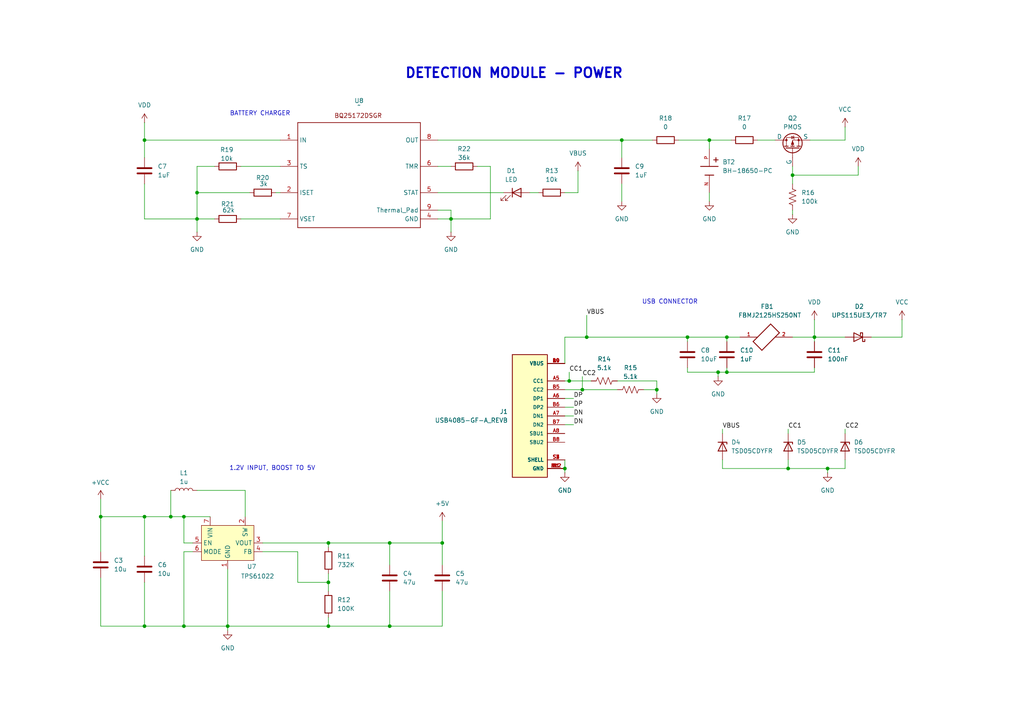
<source format=kicad_sch>
(kicad_sch (version 20231120) (generator "eeschema") (generator_version "8.0")
  (paper "A4")
  (lib_symbols
    (symbol "BH-18650-PC:BH-18650-PC" (pin_names (offset 1.016))
      (property "Reference" "BT" (at -3.81 3.81 0))
      (property "Value" "BH-18650-PC" (at -3.81 -5.08 0))
      (symbol "BH-18650-PC_0_0"
        (polyline (pts (xy -5.08 1.905) (xy -3.81 1.905)) (stroke (width 0.254)))
        (polyline (pts (xy -4.445 2.54) (xy -4.445 1.27)) (stroke (width 0.254)))
        (polyline (pts (xy -2.54 2.54) (xy -2.54 -2.54)) (stroke (width 0.254)))
        (polyline (pts (xy 0 1.27) (xy 0 -1.27)) (stroke (width 0.254)))
        (pin passive line (at 5.08 0 180) (length 5.08) (name "~") (number "N"))
        (pin passive line (at -7.62 0 0) (length 5.08) (name "~") (number "P"))
      )
    )
    (symbol "Converter_DCDC:TPS61022"
      (property "Reference" "U" (at 0 7.62 0))
      (property "Value" "TPS61022" (at 7.62 -7.62 0))
      (symbol "TPS61022_1_1"
        (rectangle (start -7.62 5.08) (end 7.62 -5.08) (fill (type background)))
        (pin power_in line (at 0 -7.62 90) (length 2.54) (name "GND") (number "1"))
        (pin input line (at 5.08 7.62 270) (length 2.54) (name "SW") (number "2"))
        (pin power_out line (at 10.16 0 180) (length 2.54) (name "VOUT") (number "3"))
        (pin input line (at 10.16 -2.54 180) (length 2.54) (name "FB") (number "4"))
        (pin input line (at -10.16 0 0) (length 2.54) (name "EN") (number "5"))
        (pin input line (at -10.16 -2.54 0) (length 2.54) (name "MODE") (number "6"))
        (pin power_in line (at -5.08 7.62 270) (length 2.54) (name "VIN") (number "7"))
      )
    )
    (symbol "Detection_Eval_lib:BQ25172DSGR"
      (property "Reference" "U" (at 0 0 0))
      (symbol "BQ25172DSGR_0_1"
        (polyline (pts (xy 6.35 2.54) (xy 41.91 2.54)) (stroke (width 0.2032)))
        (polyline (pts (xy 6.35 33.02) (xy 6.35 2.54)) (stroke (width 0.2032)))
        (polyline (pts (xy 41.91 2.54) (xy 41.91 33.02)) (stroke (width 0.2032)))
        (polyline (pts (xy 41.91 33.02) (xy 6.35 33.02)) (stroke (width 0.2032)))
        (pin power_in line (at 1.27 27.94 0) (length 5.08) (name "IN") (number "1"))
        (pin unspecified line (at 1.27 12.7 0) (length 5.08) (name "ISET") (number "2"))
        (pin unspecified line (at 1.27 20.32 0) (length 5.08) (name "TS") (number "3"))
        (pin power_in line (at 46.99 5.08 180) (length 5.08) (name "GND") (number "4"))
        (pin unspecified line (at 46.99 12.7 180) (length 5.08) (name "STAT") (number "5"))
        (pin input line (at 46.99 20.32 180) (length 5.08) (name "TMR") (number "6"))
        (pin unspecified line (at 1.27 5.08 0) (length 5.08) (name "VSET") (number "7"))
        (pin unspecified line (at 46.99 27.94 180) (length 5.08) (name "OUT") (number "8"))
        (pin unspecified line (at 46.99 7.62 180) (length 5.08) (name "Thermal_Pad") (number "9"))
      )
      (symbol "BQ25172DSGR_1_1"
        (text "BQ25172DSGR" (at 23.876 35.052 0) (effects (font (size 1.27 1.27))))
      )
    )
    (symbol "Device:C" (pin_numbers hide) (pin_names (offset 0.254))
      (property "Reference" "C" (at 0.635 2.54 0))
      (property "Value" "C" (at 0.635 -2.54 0))
      (symbol "C_0_1"
        (polyline (pts (xy -2.032 -0.762) (xy 2.032 -0.762)) (stroke (width 0.508)))
        (polyline (pts (xy -2.032 0.762) (xy 2.032 0.762)) (stroke (width 0.508)))
      )
      (symbol "C_1_1"
        (pin passive line (at 0 3.81 270) (length 2.794) (name "~") (number "1"))
        (pin passive line (at 0 -3.81 90) (length 2.794) (name "~") (number "2"))
      )
    )
    (symbol "Device:D_Schottky" (pin_numbers hide) (pin_names (offset 1.016) hide)
      (property "Reference" "D" (at 0 2.54 0))
      (property "Value" "D_Schottky" (at 0 -2.54 0))
      (symbol "D_Schottky_0_1"
        (polyline (pts (xy 1.27 0) (xy -1.27 0)))
        (polyline (pts (xy 1.27 1.27) (xy 1.27 -1.27) (xy -1.27 0) (xy 1.27 1.27)) (stroke (width 0.254)))
        (polyline (pts (xy -1.905 0.635) (xy -1.905 1.27) (xy -1.27 1.27) (xy -1.27 -1.27) (xy -0.635 -1.27) (xy -0.635 -0.635)) (stroke (width 0.254)))
      )
      (symbol "D_Schottky_1_1"
        (pin passive line (at -3.81 0 0) (length 2.54) (name "K") (number "1"))
        (pin passive line (at 3.81 0 180) (length 2.54) (name "A") (number "2"))
      )
    )
    (symbol "Device:L" (pin_numbers hide) (pin_names (offset 1.016) hide)
      (property "Reference" "L" (at -1.27 0 90))
      (property "Value" "L" (at 1.905 0 90))
      (symbol "L_0_1"
        (arc (start 0 -2.54) (mid 0.6323 -1.905) (end 0 -1.27))
        (arc (start 0 -1.27) (mid 0.6323 -0.635) (end 0 0))
        (arc (start 0 0) (mid 0.6323 0.635) (end 0 1.27))
        (arc (start 0 1.27) (mid 0.6323 1.905) (end 0 2.54))
      )
      (symbol "L_1_1"
        (pin passive line (at 0 3.81 270) (length 1.27) (name "1") (number "1"))
        (pin passive line (at 0 -3.81 90) (length 1.27) (name "2") (number "2"))
      )
    )
    (symbol "Device:LED" (pin_numbers hide) (pin_names (offset 1.016) hide)
      (property "Reference" "D" (at 0 2.54 0))
      (property "Value" "LED" (at 0 -2.54 0))
      (symbol "LED_0_1"
        (polyline (pts (xy -1.27 -1.27) (xy -1.27 1.27)) (stroke (width 0.254)))
        (polyline (pts (xy -1.27 0) (xy 1.27 0)))
        (polyline (pts (xy 1.27 -1.27) (xy 1.27 1.27) (xy -1.27 0) (xy 1.27 -1.27)) (stroke (width 0.254)))
        (polyline (pts (xy -3.048 -0.762) (xy -4.572 -2.286) (xy -3.81 -2.286) (xy -4.572 -2.286) (xy -4.572 -1.524)))
        (polyline (pts (xy -1.778 -0.762) (xy -3.302 -2.286) (xy -2.54 -2.286) (xy -3.302 -2.286) (xy -3.302 -1.524)))
      )
      (symbol "LED_1_1"
        (pin passive line (at -3.81 0 0) (length 2.54) (name "K") (number "1"))
        (pin passive line (at 3.81 0 180) (length 2.54) (name "A") (number "2"))
      )
    )
    (symbol "Device:R" (pin_numbers hide) (pin_names (offset 0))
      (property "Reference" "R" (at 2.032 0 90))
      (property "Value" "R" (at 0 0 90))
      (symbol "R_0_1"
        (rectangle (start -1.016 -2.54) (end 1.016 2.54) (stroke (width 0.254)))
      )
      (symbol "R_1_1"
        (pin passive line (at 0 3.81 270) (length 1.27) (name "~") (number "1"))
        (pin passive line (at 0 -3.81 90) (length 1.27) (name "~") (number "2"))
      )
    )
    (symbol "Device:R_US" (pin_numbers hide) (pin_names (offset 0))
      (property "Reference" "R" (at 2.54 0 90))
      (property "Value" "R_US" (at -2.54 0 90))
      (symbol "R_US_0_1"
        (polyline (pts (xy 0 -2.286) (xy 0 -2.54)))
        (polyline (pts (xy 0 2.286) (xy 0 2.54)))
        (polyline (pts (xy 0 -0.762) (xy 1.016 -1.143) (xy 0 -1.524) (xy -1.016 -1.905) (xy 0 -2.286)))
        (polyline (pts (xy 0 0.762) (xy 1.016 0.381) (xy 0 0) (xy -1.016 -0.381) (xy 0 -0.762)))
        (polyline (pts (xy 0 2.286) (xy 1.016 1.905) (xy 0 1.524) (xy -1.016 1.143) (xy 0 0.762)))
      )
      (symbol "R_US_1_1"
        (pin passive line (at 0 3.81 270) (length 1.27) (name "~") (number "1"))
        (pin passive line (at 0 -3.81 90) (length 1.27) (name "~") (number "2"))
      )
    )
    (symbol "Diode:PTVS5V0Z1USK" (pin_numbers hide) (pin_names hide)
      (property "Reference" "D" (at 0 2.54 0))
      (property "Value" "PTVS5V0Z1USK" (at 0 -2.54 0))
      (symbol "PTVS5V0Z1USK_0_1"
        (polyline (pts (xy 1.27 0) (xy -1.27 0)))
        (polyline (pts (xy -1.27 -1.27) (xy -1.27 1.27) (xy -0.762 1.27)) (stroke (width 0.254)))
        (polyline (pts (xy 1.27 -1.27) (xy 1.27 1.27) (xy -1.27 0) (xy 1.27 -1.27)) (stroke (width 0.254)))
      )
      (symbol "PTVS5V0Z1USK_1_1"
        (pin passive line (at -3.81 0 0) (length 2.54) (name "K") (number "1"))
        (pin passive line (at 3.81 0 180) (length 2.54) (name "A") (number "2"))
      )
    )
    (symbol "FBMJ2125HS250NT:FBMJ2125HS250NT" (pin_names (offset 1.016))
      (property "Reference" "FB" (at -7.6244 5.0815 0))
      (property "Value" "FBMJ2125HS250NT" (at -7.63 -7.6266 0))
      (symbol "FBMJ2125HS250NT_0_0"
        (polyline (pts (xy -3.81 -1.27) (xy -1.27 -3.81)) (stroke (width 0.254)))
        (polyline (pts (xy -1.27 -3.81) (xy 3.81 1.27)) (stroke (width 0.254)))
        (polyline (pts (xy 1.27 3.81) (xy -3.81 -1.27)) (stroke (width 0.254)))
        (polyline (pts (xy 3.81 1.27) (xy 1.27 3.81)) (stroke (width 0.254)))
        (pin passive line (at -7.62 0 0) (length 5.08) (name "~") (number "1"))
        (pin passive line (at 7.62 0 180) (length 5.08) (name "~") (number "2"))
      )
    )
    (symbol "Simulation_SPICE:PMOS" (pin_numbers hide) (pin_names (offset 0))
      (property "Reference" "Q" (at 5.08 1.27 0))
      (property "Value" "PMOS" (at 5.08 -1.27 0))
      (symbol "PMOS_0_1"
        (polyline (pts (xy 0.254 0) (xy -2.54 0)))
        (polyline (pts (xy 0.254 1.905) (xy 0.254 -1.905)) (stroke (width 0.254)))
        (polyline (pts (xy 0.762 -1.27) (xy 0.762 -2.286)) (stroke (width 0.254)))
        (polyline (pts (xy 0.762 0.508) (xy 0.762 -0.508)) (stroke (width 0.254)))
        (polyline (pts (xy 0.762 2.286) (xy 0.762 1.27)) (stroke (width 0.254)))
        (polyline (pts (xy 2.54 2.54) (xy 2.54 1.778)))
        (polyline (pts (xy 2.54 -2.54) (xy 2.54 0) (xy 0.762 0)))
        (polyline (pts (xy 0.762 1.778) (xy 3.302 1.778) (xy 3.302 -1.778) (xy 0.762 -1.778)))
        (polyline (pts (xy 2.286 0) (xy 1.27 0.381) (xy 1.27 -0.381) (xy 2.286 0)) (fill (type outline)))
        (polyline (pts (xy 2.794 -0.508) (xy 2.921 -0.381) (xy 3.683 -0.381) (xy 3.81 -0.254)))
        (polyline (pts (xy 3.302 -0.381) (xy 2.921 0.254) (xy 3.683 0.254) (xy 3.302 -0.381)))
        (circle (center 1.651 0) (radius 2.794) (stroke (width 0.254)))
        (circle (center 2.54 -1.778) (radius 0.254) (fill (type outline)))
        (circle (center 2.54 1.778) (radius 0.254) (fill (type outline)))
      )
      (symbol "PMOS_1_1"
        (pin passive line (at 2.54 5.08 270) (length 2.54) (name "D") (number "1"))
        (pin input line (at -5.08 0 0) (length 2.54) (name "G") (number "2"))
        (pin passive line (at 2.54 -5.08 90) (length 2.54) (name "S") (number "3"))
      )
    )
    (symbol "USB4085-GF-A_REVB:USB4085-GF-A_REVB" (pin_names (offset 1.016))
      (property "Reference" "J" (at -5.08 18.288 0))
      (property "Value" "USB4085-GF-A_REVB" (at -5.08 -20.32 0))
      (symbol "USB4085-GF-A_REVB_0_0"
        (rectangle (start -5.08 -17.78) (end 5.08 17.78) (stroke (width 0.254)) (fill (type background)))
        (pin power_in line (at -10.16 -15.24 0) (length 5.08) (name "GND") (number "A1"))
        (pin power_in line (at -10.16 -15.24 0) (length 5.08) (name "GND") (number "A12"))
        (pin power_in line (at -10.16 15.24 0) (length 5.08) (name "VBUS") (number "A4"))
        (pin bidirectional line (at -10.16 10.16 0) (length 5.08) (name "CC1") (number "A5"))
        (pin bidirectional line (at -10.16 5.08 0) (length 5.08) (name "DP1") (number "A6"))
        (pin bidirectional line (at -10.16 0 0) (length 5.08) (name "DN1") (number "A7"))
        (pin bidirectional line (at -10.16 -5.08 0) (length 5.08) (name "SBU1") (number "A8"))
        (pin power_in line (at -10.16 15.24 0) (length 5.08) (name "VBUS") (number "A9"))
        (pin power_in line (at -10.16 -15.24 0) (length 5.08) (name "GND") (number "B1"))
        (pin power_in line (at -10.16 -15.24 0) (length 5.08) (name "GND") (number "B12"))
        (pin power_in line (at -10.16 15.24 0) (length 5.08) (name "VBUS") (number "B4"))
        (pin bidirectional line (at -10.16 7.62 0) (length 5.08) (name "CC2") (number "B5"))
        (pin bidirectional line (at -10.16 2.54 0) (length 5.08) (name "DP2") (number "B6"))
        (pin bidirectional line (at -10.16 -2.54 0) (length 5.08) (name "DN2") (number "B7"))
        (pin bidirectional line (at -10.16 -7.62 0) (length 5.08) (name "SBU2") (number "B8"))
        (pin power_in line (at -10.16 15.24 0) (length 5.08) (name "VBUS") (number "B9"))
        (pin passive line (at -10.16 -12.7 0) (length 5.08) (name "SHELL") (number "S1"))
        (pin passive line (at -10.16 -12.7 0) (length 5.08) (name "SHELL") (number "S2"))
        (pin passive line (at -10.16 -12.7 0) (length 5.08) (name "SHELL") (number "S3"))
        (pin passive line (at -10.16 -12.7 0) (length 5.08) (name "SHELL") (number "S4"))
      )
    )
    (symbol "power:+5V" (power) (pin_numbers hide) (pin_names (offset 0) hide)
      (property "Value" "+5V" (at 0 3.556 0))
      (symbol "+5V_0_1"
        (polyline (pts (xy -0.762 1.27) (xy 0 2.54)))
        (polyline (pts (xy 0 0) (xy 0 2.54)))
        (polyline (pts (xy 0 2.54) (xy 0.762 1.27)))
      )
      (symbol "+5V_1_1"
        (pin power_in line (at 0 0 90) (length 0) (name "~") (number "1"))
      )
    )
    (symbol "power:+BATT" (power) (pin_numbers hide) (pin_names (offset 0) hide)
      (property "Value" "+BATT" (at 0 3.556 0))
      (symbol "+BATT_0_1"
        (polyline (pts (xy -0.762 1.27) (xy 0 2.54)))
        (polyline (pts (xy 0 0) (xy 0 2.54)))
        (polyline (pts (xy 0 2.54) (xy 0.762 1.27)))
      )
      (symbol "+BATT_1_1"
        (pin power_in line (at 0 0 90) (length 0) (name "~") (number "1"))
      )
    )
    (symbol "power:GND" (power) (pin_numbers hide) (pin_names (offset 0) hide)
      (property "Value" "GND" (at 0 -3.81 0))
      (symbol "GND_0_1"
        (polyline (pts (xy 0 0) (xy 0 -1.27) (xy 1.27 -1.27) (xy 0 -2.54) (xy -1.27 -1.27) (xy 0 -1.27)))
      )
      (symbol "GND_1_1"
        (pin power_in line (at 0 0 270) (length 0) (name "~") (number "1"))
      )
    )
    (symbol "power:VCC" (power) (pin_numbers hide) (pin_names (offset 0) hide)
      (property "Value" "VCC" (at 0 3.556 0))
      (symbol "VCC_0_1"
        (polyline (pts (xy -0.762 1.27) (xy 0 2.54)))
        (polyline (pts (xy 0 0) (xy 0 2.54)))
        (polyline (pts (xy 0 2.54) (xy 0.762 1.27)))
      )
      (symbol "VCC_1_1"
        (pin power_in line (at 0 0 90) (length 0) (name "~") (number "1"))
      )
    )
    (symbol "power:VDD" (power) (pin_numbers hide) (pin_names (offset 0) hide)
      (property "Value" "VDD" (at 0 3.556 0))
      (symbol "VDD_0_1"
        (polyline (pts (xy -0.762 1.27) (xy 0 2.54)))
        (polyline (pts (xy 0 0) (xy 0 2.54)))
        (polyline (pts (xy 0 2.54) (xy 0.762 1.27)))
      )
      (symbol "VDD_1_1"
        (pin power_in line (at 0 0 90) (length 0) (name "~") (number "1"))
      )
    )
  )
  (junction (at 57.15 55.88))
  (junction (at 95.25 181.61))
  (junction (at 95.25 168.91))
  (junction (at 236.22 97.79))
  (junction (at 128.27 157.48))
  (junction (at 190.5 113.03))
  (junction (at 95.25 157.48))
  (junction (at 29.21 149.86))
  (junction (at 229.87 50.8))
  (junction (at 210.82 107.95))
  (junction (at 53.34 149.86))
  (junction (at 113.03 181.61))
  (junction (at 41.91 149.86))
  (junction (at 49.53 149.86))
  (junction (at 130.81 63.5))
  (junction (at 66.04 181.61))
  (junction (at 57.15 63.5))
  (junction (at 113.03 157.48))
  (junction (at 210.82 97.79))
  (junction (at 41.91 181.61))
  (junction (at 53.34 181.61))
  (junction (at 180.34 40.64))
  (junction (at 163.83 135.89))
  (junction (at 205.74 40.64))
  (junction (at 170.18 97.79))
  (junction (at 208.28 107.95))
  (junction (at 228.6 135.89))
  (junction (at 199.39 97.79))
  (junction (at 41.91 40.64))
  (junction (at 165.1 110.49))
  (junction (at 168.91 113.03))
  (junction (at 240.03 135.89))
  (wire (pts (xy 236.22 92.71) (xy 236.22 97.79)))
  (wire (pts (xy 41.91 63.5) (xy 57.15 63.5)))
  (wire (pts (xy 245.11 133.35) (xy 245.11 135.89)))
  (wire (pts (xy 76.2 160.02) (xy 86.36 160.02)))
  (wire (pts (xy 240.03 135.89) (xy 240.03 137.16)))
  (wire (pts (xy 29.21 181.61) (xy 41.91 181.61)))
  (wire (pts (xy 248.92 48.26) (xy 248.92 50.8)))
  (wire (pts (xy 49.53 142.24) (xy 49.53 149.86)))
  (wire (pts (xy 113.03 157.48) (xy 95.25 157.48)))
  (wire (pts (xy 127 55.88) (xy 146.05 55.88)))
  (wire (pts (xy 95.25 181.61) (xy 95.25 179.07)))
  (wire (pts (xy 236.22 97.79) (xy 229.87 97.79)))
  (wire (pts (xy 245.11 124.46) (xy 245.11 125.73)))
  (wire (pts (xy 209.55 133.35) (xy 209.55 135.89)))
  (wire (pts (xy 55.88 160.02) (xy 53.34 160.02)))
  (wire (pts (xy 245.11 36.83) (xy 245.11 40.64)))
  (wire (pts (xy 261.62 92.71) (xy 261.62 97.79)))
  (wire (pts (xy 86.36 160.02) (xy 86.36 168.91)))
  (wire (pts (xy 57.15 63.5) (xy 62.23 63.5)))
  (wire (pts (xy 57.15 48.26) (xy 57.15 55.88)))
  (wire (pts (xy 209.55 124.46) (xy 209.55 125.73)))
  (wire (pts (xy 199.39 97.79) (xy 199.39 99.06)))
  (wire (pts (xy 142.24 48.26) (xy 142.24 63.5)))
  (wire (pts (xy 234.95 40.64) (xy 245.11 40.64)))
  (wire (pts (xy 261.62 97.79) (xy 252.73 97.79)))
  (wire (pts (xy 189.23 40.64) (xy 180.34 40.64)))
  (wire (pts (xy 53.34 181.61) (xy 66.04 181.61)))
  (wire (pts (xy 196.85 40.64) (xy 205.74 40.64)))
  (wire (pts (xy 210.82 97.79) (xy 210.82 99.06)))
  (wire (pts (xy 41.91 181.61) (xy 53.34 181.61)))
  (wire (pts (xy 76.2 157.48) (xy 95.25 157.48)))
  (wire (pts (xy 219.71 40.64) (xy 224.79 40.64)))
  (wire (pts (xy 248.92 50.8) (xy 229.87 50.8)))
  (wire (pts (xy 179.07 110.49) (xy 190.5 110.49)))
  (wire (pts (xy 229.87 50.8) (xy 229.87 53.34)))
  (wire (pts (xy 229.87 50.8) (xy 229.87 48.26)))
  (wire (pts (xy 205.74 55.88) (xy 205.74 58.42)))
  (wire (pts (xy 41.91 53.34) (xy 41.91 63.5)))
  (wire (pts (xy 208.28 107.95) (xy 208.28 109.22)))
  (wire (pts (xy 142.24 63.5) (xy 130.81 63.5)))
  (wire (pts (xy 167.64 55.88) (xy 167.64 49.53)))
  (wire (pts (xy 229.87 60.96) (xy 229.87 62.23)))
  (wire (pts (xy 41.91 149.86) (xy 29.21 149.86)))
  (wire (pts (xy 95.25 168.91) (xy 95.25 171.45)))
  (wire (pts (xy 130.81 60.96) (xy 130.81 63.5)))
  (wire (pts (xy 210.82 106.68) (xy 210.82 107.95)))
  (wire (pts (xy 165.1 107.95) (xy 165.1 110.49)))
  (wire (pts (xy 127 40.64) (xy 180.34 40.64)))
  (wire (pts (xy 41.91 40.64) (xy 41.91 45.72)))
  (wire (pts (xy 71.12 149.86) (xy 71.12 142.24)))
  (wire (pts (xy 210.82 107.95) (xy 236.22 107.95)))
  (wire (pts (xy 95.25 181.61) (xy 66.04 181.61)))
  (wire (pts (xy 69.85 48.26) (xy 81.28 48.26)))
  (wire (pts (xy 29.21 144.78) (xy 29.21 149.86)))
  (wire (pts (xy 170.18 91.44) (xy 170.18 97.79)))
  (wire (pts (xy 163.83 55.88) (xy 167.64 55.88)))
  (wire (pts (xy 163.83 137.16) (xy 163.83 135.89)))
  (wire (pts (xy 199.39 106.68) (xy 199.39 107.95)))
  (wire (pts (xy 60.96 149.86) (xy 53.34 149.86)))
  (wire (pts (xy 95.25 158.75) (xy 95.25 157.48)))
  (wire (pts (xy 80.01 55.88) (xy 81.28 55.88)))
  (wire (pts (xy 41.91 149.86) (xy 41.91 161.29)))
  (wire (pts (xy 57.15 55.88) (xy 57.15 63.5)))
  (wire (pts (xy 180.34 53.34) (xy 180.34 58.42)))
  (wire (pts (xy 62.23 48.26) (xy 57.15 48.26)))
  (wire (pts (xy 236.22 97.79) (xy 236.22 99.06)))
  (wire (pts (xy 236.22 107.95) (xy 236.22 106.68)))
  (wire (pts (xy 128.27 171.45) (xy 128.27 181.61)))
  (wire (pts (xy 41.91 168.91) (xy 41.91 181.61)))
  (wire (pts (xy 29.21 167.64) (xy 29.21 181.61)))
  (wire (pts (xy 163.83 113.03) (xy 168.91 113.03)))
  (wire (pts (xy 53.34 149.86) (xy 49.53 149.86)))
  (wire (pts (xy 49.53 149.86) (xy 41.91 149.86)))
  (wire (pts (xy 81.28 40.64) (xy 41.91 40.64)))
  (wire (pts (xy 163.83 120.65) (xy 166.37 120.65)))
  (wire (pts (xy 138.43 48.26) (xy 142.24 48.26)))
  (wire (pts (xy 199.39 107.95) (xy 208.28 107.95)))
  (wire (pts (xy 163.83 123.19) (xy 166.37 123.19)))
  (wire (pts (xy 113.03 163.83) (xy 113.03 157.48)))
  (wire (pts (xy 214.63 97.79) (xy 210.82 97.79)))
  (wire (pts (xy 66.04 165.1) (xy 66.04 181.61)))
  (wire (pts (xy 163.83 110.49) (xy 165.1 110.49)))
  (wire (pts (xy 130.81 63.5) (xy 130.81 67.31)))
  (wire (pts (xy 127 48.26) (xy 130.81 48.26)))
  (wire (pts (xy 69.85 63.5) (xy 81.28 63.5)))
  (wire (pts (xy 127 60.96) (xy 130.81 60.96)))
  (wire (pts (xy 95.25 166.37) (xy 95.25 168.91)))
  (wire (pts (xy 66.04 181.61) (xy 66.04 182.88)))
  (wire (pts (xy 209.55 135.89) (xy 228.6 135.89)))
  (wire (pts (xy 205.74 40.64) (xy 205.74 43.18)))
  (wire (pts (xy 113.03 171.45) (xy 113.03 181.61)))
  (wire (pts (xy 228.6 133.35) (xy 228.6 135.89)))
  (wire (pts (xy 128.27 163.83) (xy 128.27 157.48)))
  (wire (pts (xy 86.36 168.91) (xy 95.25 168.91)))
  (wire (pts (xy 205.74 40.64) (xy 212.09 40.64)))
  (wire (pts (xy 53.34 160.02) (xy 53.34 181.61)))
  (wire (pts (xy 127 63.5) (xy 130.81 63.5)))
  (wire (pts (xy 240.03 135.89) (xy 245.11 135.89)))
  (wire (pts (xy 180.34 40.64) (xy 180.34 45.72)))
  (wire (pts (xy 168.91 109.22) (xy 168.91 113.03)))
  (wire (pts (xy 186.69 113.03) (xy 190.5 113.03)))
  (wire (pts (xy 190.5 110.49) (xy 190.5 113.03)))
  (wire (pts (xy 153.67 55.88) (xy 156.21 55.88)))
  (wire (pts (xy 208.28 107.95) (xy 210.82 107.95)))
  (wire (pts (xy 53.34 157.48) (xy 53.34 149.86)))
  (wire (pts (xy 228.6 135.89) (xy 240.03 135.89)))
  (wire (pts (xy 170.18 97.79) (xy 199.39 97.79)))
  (wire (pts (xy 41.91 35.56) (xy 41.91 40.64)))
  (wire (pts (xy 163.83 118.11) (xy 166.37 118.11)))
  (wire (pts (xy 168.91 113.03) (xy 179.07 113.03)))
  (wire (pts (xy 236.22 97.79) (xy 245.11 97.79)))
  (wire (pts (xy 165.1 110.49) (xy 171.45 110.49)))
  (wire (pts (xy 163.83 97.79) (xy 170.18 97.79)))
  (wire (pts (xy 128.27 151.13) (xy 128.27 157.48)))
  (wire (pts (xy 57.15 63.5) (xy 57.15 67.31)))
  (wire (pts (xy 128.27 181.61) (xy 113.03 181.61)))
  (wire (pts (xy 57.15 55.88) (xy 72.39 55.88)))
  (wire (pts (xy 163.83 115.57) (xy 166.37 115.57)))
  (wire (pts (xy 199.39 97.79) (xy 210.82 97.79)))
  (wire (pts (xy 113.03 181.61) (xy 95.25 181.61)))
  (wire (pts (xy 190.5 113.03) (xy 190.5 114.3)))
  (wire (pts (xy 163.83 135.89) (xy 163.83 133.35)))
  (wire (pts (xy 128.27 157.48) (xy 113.03 157.48)))
  (wire (pts (xy 71.12 142.24) (xy 57.15 142.24)))
  (wire (pts (xy 55.88 157.48) (xy 53.34 157.48)))
  (wire (pts (xy 228.6 124.46) (xy 228.6 125.73)))
  (wire (pts (xy 29.21 149.86) (xy 29.21 160.02)))
  (wire (pts (xy 163.83 97.79) (xy 163.83 105.41)))
  (text "BATTERY CHARGER" (at 75.438 33.02 0) (effects (font (size 1.27 1.27))))
  (text "USB CONNECTOR" (at 194.31 87.63 0) (effects (font (size 1.27 1.27))))
  (text "DETECTION MODULE - POWER" (at 149.098 21.336 0) (effects (font (size 2.794 2.794) (bold yes))))
  (text "1.2V INPUT, BOOST TO 5V" (at 78.994 135.89 0) (effects (font (size 1.27 1.27))))
  (label "DN" (at 166.37 120.65 0))
  (label "CC1" (at 228.6 124.46 0))
  (label "VBUS" (at 170.18 91.44 0))
  (label "DP" (at 166.37 118.11 0))
  (label "DP" (at 166.37 115.57 0))
  (label "CC2" (at 168.91 109.22 0))
  (label "VBUS" (at 209.55 124.46 0))
  (label "DN" (at 166.37 123.19 0))
  (label "CC2" (at 245.11 124.46 0))
  (label "CC1" (at 165.1 107.95 0))
  (symbol (lib_id "Device:C") (at 210.82 102.87 0) (unit 1)
    (property "Reference" "C10" (at 214.63 101.5999 0) (effects (justify left)))
    (property "Value" "1uF" (at 214.63 104.1399 0) (effects (justify left)))
    (property "Footprint" "Capacitor_SMD:C_0603_1608Metric" (effects (hide yes)))
    (property "Description" "Unpolarized capacitor" (effects (hide yes)))
  )
  (symbol (lib_id "Device:R") (at 95.25 162.56 0) (unit 1)
    (property "Reference" "R11" (at 97.79 161.2899 0) (effects (justify left)))
    (property "Value" "732K" (at 97.79 163.8299 0) (effects (justify left)))
    (property "Description" "Resistor" (effects (hide yes)))
  )
  (symbol (lib_id "power:GND") (at 57.15 67.31 0) (unit 1)
    (property "Reference" "#PWR024" (effects (hide yes)))
    (property "Value" "GND" (at 57.15 72.39 0))
    (property "Description" "Power symbol creates a global label with name \"GND\" , ground" (effects (hide yes)))
  )
  (symbol (lib_id "power:VDD") (at 41.91 35.56 0) (unit 1)
    (property "Reference" "#PWR032" (effects (hide yes)))
    (property "Value" "VDD" (at 41.91 30.48 0))
    (property "Description" "Power symbol creates a global label with name \"VDD\"" (effects (hide yes)))
  )
  (symbol (lib_id "power:GND") (at 205.74 58.42 0) (unit 1)
    (property "Reference" "#PWR033" (effects (hide yes)))
    (property "Value" "GND" (at 205.74 63.5 0))
    (property "Description" "Power symbol creates a global label with name \"GND\" , ground" (effects (hide yes)))
  )
  (symbol (lib_id "Device:C") (at 199.39 102.87 0) (unit 1)
    (property "Reference" "C8" (at 203.2 101.5999 0) (effects (justify left)))
    (property "Value" "10uF" (at 203.2 104.1399 0) (effects (justify left)))
    (property "Footprint" "Capacitor_SMD:C_0603_1608Metric" (effects (hide yes)))
    (property "Description" "Unpolarized capacitor" (effects (hide yes)))
  )
  (symbol (lib_id "Device:R_US") (at 175.26 110.49 90) (unit 1)
    (property "Reference" "R14" (at 175.26 104.14 90))
    (property "Value" "5.1k" (at 175.26 106.68 90))
    (property "Footprint" "Resistor_SMD:R_0603_1608Metric" (effects (hide yes)))
    (property "Description" "Resistor, US symbol" (effects (hide yes)))
  )
  (symbol (lib_id "power:+BATT") (at 29.21 144.78 0) (unit 1)
    (property "Reference" "#PWR019" (effects (hide yes)))
    (property "Value" "+VCC" (at 26.416 139.954 0) (effects (justify left)))
    (property "Description" "Power symbol creates a global label with name \"+BATT\"" (effects (hide yes)))
  )
  (symbol (lib_id "Device:R") (at 66.04 48.26 90) (unit 1)
    (property "Reference" "R19" (at 65.786 43.434 90))
    (property "Value" "10k" (at 65.786 45.974 90))
    (property "Footprint" "Resistor_SMD:R_0402_1005Metric" (effects (hide yes)))
    (property "Description" "Resistor" (effects (hide yes)))
  )
  (symbol (lib_id "Device:C") (at 41.91 165.1 0) (unit 1)
    (property "Reference" "C6" (at 45.72 163.8299 0) (effects (justify left)))
    (property "Value" "10u" (at 45.72 166.3699 0) (effects (justify left)))
    (property "Description" "Unpolarized capacitor" (effects (hide yes)))
  )
  (symbol (lib_id "power:VCC") (at 261.62 92.71 0) (unit 1)
    (property "Reference" "#PWR031" (effects (hide yes)))
    (property "Value" "VCC" (at 261.62 87.63 0))
    (property "Description" "Power symbol creates a global label with name \"VCC\"" (effects (hide yes)))
  )
  (symbol (lib_id "Converter_DCDC:TPS61022") (at 66.04 157.48 0) (unit 1)
    (property "Reference" "U7" (at 71.628 164.338 0) (effects (justify left)))
    (property "Value" "TPS61022" (at 69.85 167.132 0) (effects (justify left)))
    (property "Footprint" "Package_DFN_QFN:Texas_RWU0007A_VQFN-7_2x2mm_P0.5mm" (effects (hide yes)))
    (property "Datasheet" "https://www.ti.com/lit/ds/symlink/tps61022.pdf" (effects (hide yes)))
    (property "Description" "8A Boost Converter, 0.5-5.5 V input, 2.2-5.5V output, Texas RWU0007A VQFN-7" (effects (hide yes)))
  )
  (symbol (lib_id "power:VCC") (at 245.11 36.83 0) (unit 1)
    (property "Reference" "#PWR036" (effects (hide yes)))
    (property "Value" "VCC" (at 245.11 31.75 0))
    (property "Description" "Power symbol creates a global label with name \"VCC\"" (effects (hide yes)))
  )
  (symbol (lib_id "FBMJ2125HS250NT:FBMJ2125HS250NT") (at 222.25 97.79 0) (unit 1)
    (property "Reference" "FB1" (at 222.504 88.9 0))
    (property "Value" "FBMJ2125HS250NT" (at 223.266 91.44 0))
    (property "Footprint" "Footprints:BEADC2012X105N" (effects (hide yes)))
  )
  (symbol (lib_id "BH-18650-PC:BH-18650-PC") (at 205.74 50.8 270) (unit 1)
    (property "Reference" "BT2" (at 209.55 46.9899 90) (effects (justify left)))
    (property "Value" "BH-18650-PC" (at 209.55 49.5299 90) (effects (justify left)))
    (property "Footprint" "Detection_Eval_lib_fp:BAT_BEAAAAPC" (effects (hide yes)))
    (property "PARTREV" "05/17/19" (effects (hide yes)))
    (property "STANDARD" "Manufacturer Recommendation" (effects (hide yes)))
    (property "MAXIMUM_PACKAGE_HEIGHT" "21.31mm" (effects (hide yes)))
    (property "MANUFACTURER" "MPD" (effects (hide yes)))
  )
  (symbol (lib_id "Device:R") (at 193.04 40.64 270) (unit 1)
    (property "Reference" "R18" (at 193.04 34.29 90))
    (property "Value" "0" (at 193.04 36.83 90))
    (property "Footprint" "Resistor_SMD:R_0402_1005Metric" (effects (hide yes)))
    (property "Description" "Resistor" (effects (hide yes)))
  )
  (symbol (lib_id "power:VCC") (at 167.64 49.53 0) (unit 1)
    (property "Reference" "#PWR030" (effects (hide yes)))
    (property "Value" "VBUS" (at 167.64 44.45 0))
    (property "Description" "Power symbol creates a global label with name \"VCC\"" (effects (hide yes)))
  )
  (symbol (lib_id "Device:R") (at 95.25 175.26 0) (unit 1)
    (property "Reference" "R12" (at 97.79 173.9899 0) (effects (justify left)))
    (property "Value" "100K" (at 97.79 176.5299 0) (effects (justify left)))
    (property "Description" "Resistor" (effects (hide yes)))
  )
  (symbol (lib_id "power:VDD") (at 248.92 48.26 0) (unit 1)
    (property "Reference" "#PWR038" (effects (hide yes)))
    (property "Value" "VDD" (at 248.92 43.18 0))
    (property "Description" "Power symbol creates a global label with name \"VDD\"" (effects (hide yes)))
  )
  (symbol (lib_id "Detection_Eval_lib:BQ25172DSGR") (at 80.01 68.58 0) (unit 1)
    (property "Reference" "U8" (at 104.14 29.21 0))
    (property "Value" "~" (at 104.14 30.48 0))
    (property "Footprint" "Detection_Eval_lib_fp:BQ25172DSGR" (effects (hide yes)))
  )
  (symbol (lib_id "Device:R") (at 66.04 63.5 90) (unit 1)
    (property "Reference" "R21" (at 66.04 59.182 90))
    (property "Value" "62k" (at 66.294 60.96 90))
    (property "Footprint" "Resistor_SMD:R_0402_1005Metric" (effects (hide yes)))
    (property "Description" "Resistor" (effects (hide yes)))
  )
  (symbol (lib_id "Diode:PTVS5V0Z1USK") (at 209.55 129.54 270) (unit 1)
    (property "Reference" "D4" (at 212.09 128.2699 90) (effects (justify left)))
    (property "Value" "TSD05CDYFR" (at 212.09 130.8099 90) (effects (justify left)))
    (property "Footprint" "Footprints:TVS_SOD2_DYF_TEX-L" (effects (hide yes)))
  )
  (symbol (lib_id "power:GND") (at 130.81 67.31 0) (unit 1)
    (property "Reference" "#PWR023" (effects (hide yes)))
    (property "Value" "GND" (at 130.81 72.39 0))
    (property "Description" "Power symbol creates a global label with name \"GND\" , ground" (effects (hide yes)))
  )
  (symbol (lib_id "power:GND") (at 190.5 114.3 0) (unit 1)
    (property "Reference" "#PWR026" (effects (hide yes)))
    (property "Value" "GND" (at 190.5 119.38 0))
    (property "Description" "Power symbol creates a global label with name \"GND\" , ground" (effects (hide yes)))
  )
  (symbol (lib_id "power:GND") (at 229.87 62.23 0) (unit 1)
    (property "Reference" "#PWR035" (effects (hide yes)))
    (property "Value" "GND" (at 229.87 67.31 0))
    (property "Description" "Power symbol creates a global label with name \"GND\" , ground" (effects (hide yes)))
  )
  (symbol (lib_id "power:GND") (at 163.83 137.16 0) (unit 1)
    (property "Reference" "#PWR025" (effects (hide yes)))
    (property "Value" "GND" (at 163.83 142.24 0))
    (property "Description" "Power symbol creates a global label with name \"GND\" , ground" (effects (hide yes)))
  )
  (symbol (lib_id "Device:L") (at 53.34 142.24 90) (unit 1)
    (property "Reference" "L1" (at 53.34 137.16 90))
    (property "Value" "1u" (at 53.34 139.7 90))
    (property "Description" "Inductor" (effects (hide yes)))
  )
  (symbol (lib_id "Device:R") (at 76.2 55.88 90) (unit 1)
    (property "Reference" "R20" (at 76.2 51.562 90))
    (property "Value" "3k" (at 76.454 53.34 90))
    (property "Footprint" "Resistor_SMD:R_0402_1005Metric" (effects (hide yes)))
    (property "Description" "Resistor" (effects (hide yes)))
  )
  (symbol (lib_id "Device:LED") (at 149.86 55.88 0) (unit 1)
    (property "Reference" "D1" (at 148.2725 49.53 0))
    (property "Value" "LED" (at 148.2725 52.07 0))
    (property "Footprint" "LED_SMD:LED_0402_1005Metric_Pad0.77x0.64mm_HandSolder" (effects (hide yes)))
    (property "Description" "Light emitting diode" (effects (hide yes)))
  )
  (symbol (lib_id "USB4085-GF-A_REVB:USB4085-GF-A_REVB") (at 153.67 120.65 0) (mirror y) (unit 1)
    (property "Reference" "J1" (at 147.32 119.3799 0) (effects (justify left)))
    (property "Value" "USB4085-GF-A_REVB" (at 147.32 121.9199 0) (effects (justify left)))
    (property "Footprint" "Footprints:GCT_USB4085-GF-A_REVB" (effects (hide yes)))
    (property "DigiKey_Part_Number" "2073-USB4085-GF-ATR-ND" (effects (hide yes)))
    (property "SnapEDA_Link" "https://www.snapeda.com/parts/USB4085-GF-A/Global+Connector+Technology/view-part/?ref=snap" (effects (hide yes)))
    (property "MAXIMUM_PACKAGE_HEIGHT" "3.16mm" (effects (hide yes)))
    (property "Package" "None" (effects (hide yes)))
    (property "Check_prices" "https://www.snapeda.com/parts/USB4085-GF-A/Global+Connector+Technology/view-part/?ref=eda" (effects (hide yes)))
    (property "STANDARD" "Manufacturer Recommendations" (effects (hide yes)))
    (property "PARTREV" "B" (effects (hide yes)))
    (property "MF" "Global Connector Technology" (effects (hide yes)))
    (property "MP" "USB4085-GF-A" (effects (hide yes)))
    (property "Description_1" "\n                        \n                            USB-C (USB TYPE-C) USB 2.0 Receptacle Connector 24 (16+8 Dummy) Position Through Hole, Right Angle, low cost, 3.46mm profile, 16 pin, horizontal, Top mount\n                        \n" (effects (hide yes)))
    (property "MANUFACTURER" "Global Connector Technology" (effects (hide yes)))
    (property "SNAPEDA_PN" "USB4085-GF-A" (effects (hide yes)))
  )
  (symbol (lib_id "Device:R") (at 134.62 48.26 270) (unit 1)
    (property "Reference" "R22" (at 134.62 43.18 90))
    (property "Value" "36k" (at 134.62 45.72 90))
    (property "Footprint" "Resistor_SMD:R_0402_1005Metric" (effects (hide yes)))
    (property "Description" "Resistor" (effects (hide yes)))
  )
  (symbol (lib_id "Device:R") (at 215.9 40.64 270) (unit 1)
    (property "Reference" "R17" (at 215.9 34.29 90))
    (property "Value" "0" (at 215.9 36.83 90))
    (property "Footprint" "Resistor_SMD:R_0402_1005Metric" (effects (hide yes)))
    (property "Description" "Resistor" (effects (hide yes)))
  )
  (symbol (lib_id "Device:C") (at 41.91 49.53 0) (unit 1)
    (property "Reference" "C7" (at 45.72 48.2599 0) (effects (justify left)))
    (property "Value" "1uF" (at 45.72 50.7999 0) (effects (justify left)))
    (property "Footprint" "Capacitor_SMD:C_0603_1608Metric" (effects (hide yes)))
    (property "Description" "Unpolarized capacitor" (effects (hide yes)))
  )
  (symbol (lib_id "power:+5V") (at 128.27 151.13 0) (unit 1)
    (property "Reference" "#PWR022" (effects (hide yes)))
    (property "Value" "+5V" (at 128.27 146.05 0))
    (property "Description" "Power symbol creates a global label with name \"+5V\"" (effects (hide yes)))
  )
  (symbol (lib_id "power:GND") (at 66.04 182.88 0) (unit 1)
    (property "Reference" "#PWR018" (effects (hide yes)))
    (property "Value" "GND" (at 66.04 187.96 0))
    (property "Description" "Power symbol creates a global label with name \"GND\" , ground" (effects (hide yes)))
  )
  (symbol (lib_id "Device:C") (at 236.22 102.87 0) (unit 1)
    (property "Reference" "C11" (at 240.03 101.5999 0) (effects (justify left)))
    (property "Value" "100nF" (at 240.03 104.1399 0) (effects (justify left)))
    (property "Footprint" "Capacitor_SMD:C_0603_1608Metric" (effects (hide yes)))
    (property "Description" "Unpolarized capacitor" (effects (hide yes)))
  )
  (symbol (lib_id "Device:C") (at 180.34 49.53 0) (unit 1)
    (property "Reference" "C9" (at 184.15 48.2599 0) (effects (justify left)))
    (property "Value" "1uF" (at 184.15 50.7999 0) (effects (justify left)))
    (property "Footprint" "Capacitor_SMD:C_0603_1608Metric" (effects (hide yes)))
    (property "Description" "Unpolarized capacitor" (effects (hide yes)))
  )
  (symbol (lib_id "Device:C") (at 128.27 167.64 0) (unit 1)
    (property "Reference" "C5" (at 132.08 166.3699 0) (effects (justify left)))
    (property "Value" "47u" (at 132.08 168.9099 0) (effects (justify left)))
    (property "Description" "Unpolarized capacitor" (effects (hide yes)))
  )
  (symbol (lib_id "Diode:PTVS5V0Z1USK") (at 245.11 129.54 270) (unit 1)
    (property "Reference" "D6" (at 247.65 128.2699 90) (effects (justify left)))
    (property "Value" "TSD05CDYFR" (at 247.65 130.8099 90) (effects (justify left)))
    (property "Footprint" "Footprints:TVS_SOD2_DYF_TEX-L" (effects (hide yes)))
  )
  (symbol (lib_id "power:VDD") (at 236.22 92.71 0) (unit 1)
    (property "Reference" "#PWR028" (effects (hide yes)))
    (property "Value" "VDD" (at 236.22 87.63 0))
    (property "Description" "Power symbol creates a global label with name \"VDD\"" (effects (hide yes)))
  )
  (symbol (lib_id "power:GND") (at 208.28 109.22 0) (unit 1)
    (property "Reference" "#PWR027" (effects (hide yes)))
    (property "Value" "GND" (at 208.28 114.3 0))
    (property "Description" "Power symbol creates a global label with name \"GND\" , ground" (effects (hide yes)))
  )
  (symbol (lib_id "Simulation_SPICE:PMOS") (at 229.87 43.18 90) (unit 1)
    (property "Reference" "Q2" (at 229.87 34.29 90))
    (property "Value" "PMOS" (at 229.87 36.83 90))
    (property "Footprint" "Footprints:SOT65P210X110-3N" (effects (hide yes)))
    (property "Datasheet" "https://ngspice.sourceforge.io/docs/ngspice-html-manual/manual.xhtml#cha_MOSFETs" (effects (hide yes)))
    (property "Description" "P-MOSFET transistor, drain/source/gate" (effects (hide yes)))
    (property "Sim.Device" "PMOS" (effects (hide yes)))
    (property "Sim.Type" "VDMOS" (effects (hide yes)))
    (property "Sim.Pins" "1=D 2=G 3=S" (effects (hide yes)))
  )
  (symbol (lib_id "Device:R_US") (at 182.88 113.03 90) (unit 1)
    (property "Reference" "R15" (at 182.88 106.68 90))
    (property "Value" "5.1k" (at 182.88 109.22 90))
    (property "Footprint" "Resistor_SMD:R_0603_1608Metric" (effects (hide yes)))
    (property "Description" "Resistor, US symbol" (effects (hide yes)))
  )
  (symbol (lib_id "Device:R") (at 160.02 55.88 90) (unit 1)
    (property "Reference" "R13" (at 160.02 49.53 90))
    (property "Value" "10k" (at 160.02 52.07 90))
    (property "Footprint" "Resistor_SMD:R_0402_1005Metric" (effects (hide yes)))
    (property "Description" "Resistor" (effects (hide yes)))
  )
  (symbol (lib_id "Device:R_US") (at 229.87 57.15 0) (unit 1)
    (property "Reference" "R16" (at 232.41 55.8799 0) (effects (justify left)))
    (property "Value" "100k" (at 232.41 58.4199 0) (effects (justify left)))
    (property "Footprint" "Resistor_SMD:R_0603_1608Metric" (effects (hide yes)))
    (property "Description" "Resistor, US symbol" (effects (hide yes)))
  )
  (symbol (lib_id "power:GND") (at 240.03 137.16 0) (unit 1)
    (property "Reference" "#PWR034" (effects (hide yes)))
    (property "Value" "GND" (at 240.03 142.24 0))
    (property "Description" "Power symbol creates a global label with name \"GND\" , ground" (effects (hide yes)))
  )
  (symbol (lib_id "power:GND") (at 180.34 58.42 0) (unit 1)
    (property "Reference" "#PWR029" (effects (hide yes)))
    (property "Value" "GND" (at 180.34 63.5 0))
    (property "Description" "Power symbol creates a global label with name \"GND\" , ground" (effects (hide yes)))
  )
  (symbol (lib_id "Device:D_Schottky") (at 248.92 97.79 180) (unit 1)
    (property "Reference" "D2" (at 249.2375 88.9 0))
    (property "Value" "UPS115UE3/TR7" (at 249.2375 91.44 0))
    (property "Footprint" "Footprints:POWERMITE1_DO-216AA_MIS_MCH" (effects (hide yes)))
    (property "Description" "Schottky diode" (effects (hide yes)))
  )
  (symbol (lib_id "Device:C") (at 29.21 163.83 0) (unit 1)
    (property "Reference" "C3" (at 33.02 162.5599 0) (effects (justify left)))
    (property "Value" "10u" (at 33.02 165.0999 0) (effects (justify left)))
    (property "Description" "Unpolarized capacitor" (effects (hide yes)))
  )
  (symbol (lib_id "Diode:PTVS5V0Z1USK") (at 228.6 129.54 270) (unit 1)
    (property "Reference" "D5" (at 231.14 128.2699 90) (effects (justify left)))
    (property "Value" "TSD05CDYFR" (at 231.14 130.8099 90) (effects (justify left)))
    (property "Footprint" "Footprints:TVS_SOD2_DYF_TEX-L" (effects (hide yes)))
  )
  (symbol (lib_id "Device:C") (at 113.03 167.64 0) (unit 1)
    (property "Reference" "C4" (at 116.84 166.3699 0) (effects (justify left)))
    (property "Value" "47u" (at 116.84 168.9099 0) (effects (justify left)))
    (property "Description" "Unpolarized capacitor" (effects (hide yes)))
  )
)
</source>
